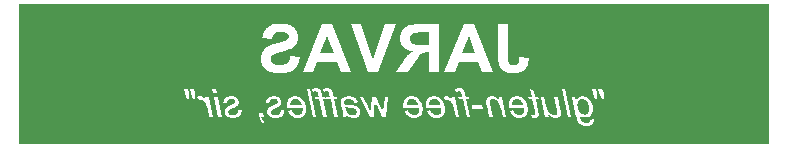
<source format=gbo>
G04 Layer_Color=32896*
%FSAX24Y24*%
%MOIN*%
G70*
G01*
G75*
%ADD60R,2.5000X0.0500*%
G36*
X011100Y027231D02*
X021000D01*
Y027200D01*
X028500D01*
Y022800D01*
X023400D01*
Y022822D01*
X008700D01*
Y022800D01*
X003500D01*
X003500Y027300D01*
X011100D01*
Y027231D01*
D02*
G37*
%LPC*%
G36*
X016594Y024313D02*
X016582D01*
X016573Y024311D01*
X016561Y024310D01*
X016550Y024309D01*
X016522Y024303D01*
X016490Y024294D01*
X016456Y024281D01*
X016440Y024272D01*
X016422Y024262D01*
X016408Y024249D01*
X016393Y024235D01*
X016392Y024234D01*
X016390Y024232D01*
X016386Y024228D01*
X016381Y024221D01*
X016375Y024213D01*
X016370Y024203D01*
X016362Y024193D01*
X016355Y024180D01*
X016349Y024165D01*
X016342Y024149D01*
X016336Y024131D01*
X016330Y024114D01*
X016321Y024071D01*
X016320Y024048D01*
X016318Y024023D01*
Y024020D01*
Y024014D01*
Y024004D01*
X016320Y023991D01*
X016321Y023975D01*
X016323Y023957D01*
X016329Y023919D01*
X016841D01*
Y023918D01*
Y023916D01*
X016842Y023907D01*
X016844Y023894D01*
Y023881D01*
Y023880D01*
Y023877D01*
Y023872D01*
X016842Y023865D01*
X016841Y023847D01*
X016838Y023825D01*
X016834Y023802D01*
X016825Y023777D01*
X016815Y023752D01*
X016800Y023732D01*
X016798Y023730D01*
X016791Y023724D01*
X016782Y023716D01*
X016769Y023707D01*
X016753Y023697D01*
X016734Y023689D01*
X016712Y023683D01*
X016689Y023681D01*
X016678D01*
X016667Y023682D01*
X016651Y023685D01*
X016633Y023691D01*
X016613Y023697D01*
X016592Y023707D01*
X016570Y023720D01*
X016567Y023722D01*
X016560Y023727D01*
X016550Y023736D01*
X016536Y023749D01*
X016520Y023765D01*
X016506Y023784D01*
X016490Y023808D01*
X016476Y023834D01*
X016362Y023824D01*
Y023823D01*
X016364Y023820D01*
X016365Y023815D01*
X016368Y023809D01*
X016371Y023802D01*
X016375Y023793D01*
X016386Y023771D01*
X016400Y023746D01*
X016421Y023719D01*
X016446Y023689D01*
X016460Y023675D01*
X016476Y023660D01*
X016478Y023659D01*
X016481Y023657D01*
X016485Y023653D01*
X016493Y023648D01*
X016501Y023642D01*
X016512Y023637D01*
X016523Y023629D01*
X016536Y023622D01*
X016567Y023607D01*
X016604Y023596D01*
X016645Y023587D01*
X016667Y023585D01*
X016690Y023584D01*
X016703D01*
X016718Y023585D01*
X016737Y023588D01*
X016759Y023593D01*
X016782Y023599D01*
X016807Y023607D01*
X016832Y023619D01*
X016835Y023621D01*
X016842Y023626D01*
X016854Y023634D01*
X016869Y023645D01*
X016885Y023660D01*
X016901Y023678D01*
X016916Y023698D01*
X016930Y023723D01*
Y023724D01*
X016932Y023726D01*
X016936Y023735D01*
X016940Y023749D01*
X016946Y023768D01*
X016954Y023792D01*
X016958Y023818D01*
X016962Y023847D01*
X016964Y023878D01*
Y023880D01*
Y023884D01*
Y023890D01*
X016962Y023897D01*
Y023907D01*
X016961Y023921D01*
X016960Y023934D01*
X016957Y023948D01*
X016951Y023982D01*
X016942Y024020D01*
X016929Y024060D01*
X016911Y024099D01*
Y024101D01*
X016908Y024104D01*
X016905Y024109D01*
X016901Y024117D01*
X016897Y024126D01*
X016891Y024136D01*
X016875Y024161D01*
X016854Y024186D01*
X016832Y024213D01*
X016804Y024238D01*
X016775Y024260D01*
X016774D01*
X016771Y024263D01*
X016766Y024265D01*
X016760Y024269D01*
X016753Y024272D01*
X016743Y024276D01*
X016721Y024287D01*
X016693Y024297D01*
X016662Y024304D01*
X016629Y024310D01*
X016594Y024313D01*
D02*
G37*
G36*
X017340D02*
X017328D01*
X017320Y024311D01*
X017308Y024310D01*
X017296Y024309D01*
X017268Y024303D01*
X017236Y024294D01*
X017203Y024281D01*
X017186Y024272D01*
X017169Y024262D01*
X017154Y024249D01*
X017140Y024235D01*
X017138Y024234D01*
X017137Y024232D01*
X017132Y024228D01*
X017128Y024221D01*
X017122Y024213D01*
X017116Y024203D01*
X017109Y024193D01*
X017102Y024180D01*
X017096Y024165D01*
X017088Y024149D01*
X017083Y024131D01*
X017077Y024114D01*
X017068Y024071D01*
X017066Y024048D01*
X017065Y024023D01*
Y024020D01*
Y024014D01*
Y024004D01*
X017066Y023991D01*
X017068Y023975D01*
X017069Y023957D01*
X017075Y023919D01*
X017588D01*
Y023918D01*
Y023916D01*
X017589Y023907D01*
X017591Y023894D01*
Y023881D01*
Y023880D01*
Y023877D01*
Y023872D01*
X017589Y023865D01*
X017588Y023847D01*
X017585Y023825D01*
X017580Y023802D01*
X017571Y023777D01*
X017561Y023752D01*
X017547Y023732D01*
X017545Y023730D01*
X017538Y023724D01*
X017529Y023716D01*
X017516Y023707D01*
X017500Y023697D01*
X017481Y023689D01*
X017459Y023683D01*
X017435Y023681D01*
X017425D01*
X017413Y023682D01*
X017397Y023685D01*
X017380Y023691D01*
X017359Y023697D01*
X017339Y023707D01*
X017317Y023720D01*
X017314Y023722D01*
X017306Y023727D01*
X017296Y023736D01*
X017283Y023749D01*
X017267Y023765D01*
X017252Y023784D01*
X017236Y023808D01*
X017223Y023834D01*
X017109Y023824D01*
Y023823D01*
X017110Y023820D01*
X017112Y023815D01*
X017115Y023809D01*
X017118Y023802D01*
X017122Y023793D01*
X017132Y023771D01*
X017147Y023746D01*
X017167Y023719D01*
X017192Y023689D01*
X017207Y023675D01*
X017223Y023660D01*
X017225Y023659D01*
X017227Y023657D01*
X017232Y023653D01*
X017239Y023648D01*
X017248Y023642D01*
X017258Y023637D01*
X017270Y023629D01*
X017283Y023622D01*
X017314Y023607D01*
X017350Y023596D01*
X017391Y023587D01*
X017413Y023585D01*
X017437Y023584D01*
X017450D01*
X017465Y023585D01*
X017484Y023588D01*
X017506Y023593D01*
X017529Y023599D01*
X017554Y023607D01*
X017579Y023619D01*
X017582Y023621D01*
X017589Y023626D01*
X017601Y023634D01*
X017615Y023645D01*
X017632Y023660D01*
X017648Y023678D01*
X017662Y023698D01*
X017677Y023723D01*
Y023724D01*
X017678Y023726D01*
X017683Y023735D01*
X017687Y023749D01*
X017693Y023768D01*
X017700Y023792D01*
X017705Y023818D01*
X017709Y023847D01*
X017711Y023878D01*
Y023880D01*
Y023884D01*
Y023890D01*
X017709Y023897D01*
Y023907D01*
X017708Y023921D01*
X017706Y023934D01*
X017703Y023948D01*
X017697Y023982D01*
X017689Y024020D01*
X017675Y024060D01*
X017658Y024099D01*
Y024101D01*
X017655Y024104D01*
X017652Y024109D01*
X017648Y024117D01*
X017643Y024126D01*
X017637Y024136D01*
X017621Y024161D01*
X017601Y024186D01*
X017579Y024213D01*
X017551Y024238D01*
X017522Y024260D01*
X017520D01*
X017517Y024263D01*
X017513Y024265D01*
X017507Y024269D01*
X017500Y024272D01*
X017490Y024276D01*
X017468Y024287D01*
X017440Y024297D01*
X017409Y024304D01*
X017375Y024310D01*
X017340Y024313D01*
D02*
G37*
G36*
X012712D02*
X012701D01*
X012692Y024311D01*
X012680Y024310D01*
X012669Y024309D01*
X012641Y024303D01*
X012609Y024294D01*
X012575Y024281D01*
X012559Y024272D01*
X012541Y024262D01*
X012527Y024249D01*
X012512Y024235D01*
X012510Y024234D01*
X012509Y024232D01*
X012505Y024228D01*
X012500Y024221D01*
X012494Y024213D01*
X012488Y024203D01*
X012481Y024193D01*
X012474Y024180D01*
X012468Y024165D01*
X012461Y024149D01*
X012455Y024131D01*
X012449Y024114D01*
X012440Y024071D01*
X012439Y024048D01*
X012437Y024023D01*
Y024020D01*
Y024014D01*
Y024004D01*
X012439Y023991D01*
X012440Y023975D01*
X012442Y023957D01*
X012447Y023919D01*
X012960D01*
Y023918D01*
Y023916D01*
X012961Y023907D01*
X012963Y023894D01*
Y023881D01*
Y023880D01*
Y023877D01*
Y023872D01*
X012961Y023865D01*
X012960Y023847D01*
X012957Y023825D01*
X012953Y023802D01*
X012944Y023777D01*
X012934Y023752D01*
X012919Y023732D01*
X012917Y023730D01*
X012910Y023724D01*
X012901Y023716D01*
X012888Y023707D01*
X012872Y023697D01*
X012853Y023689D01*
X012831Y023683D01*
X012808Y023681D01*
X012797D01*
X012786Y023682D01*
X012770Y023685D01*
X012752Y023691D01*
X012731Y023697D01*
X012711Y023707D01*
X012689Y023720D01*
X012686Y023722D01*
X012679Y023727D01*
X012669Y023736D01*
X012655Y023749D01*
X012639Y023765D01*
X012625Y023784D01*
X012609Y023808D01*
X012595Y023834D01*
X012481Y023824D01*
Y023823D01*
X012483Y023820D01*
X012484Y023815D01*
X012487Y023809D01*
X012490Y023802D01*
X012494Y023793D01*
X012505Y023771D01*
X012519Y023746D01*
X012540Y023719D01*
X012565Y023689D01*
X012579Y023675D01*
X012595Y023660D01*
X012597Y023659D01*
X012600Y023657D01*
X012604Y023653D01*
X012611Y023648D01*
X012620Y023642D01*
X012630Y023637D01*
X012642Y023629D01*
X012655Y023622D01*
X012686Y023607D01*
X012723Y023596D01*
X012764Y023587D01*
X012786Y023585D01*
X012809Y023584D01*
X012822D01*
X012837Y023585D01*
X012856Y023588D01*
X012878Y023593D01*
X012901Y023599D01*
X012926Y023607D01*
X012951Y023619D01*
X012954Y023621D01*
X012961Y023626D01*
X012973Y023634D01*
X012988Y023645D01*
X013004Y023660D01*
X013020Y023678D01*
X013035Y023698D01*
X013049Y023723D01*
Y023724D01*
X013051Y023726D01*
X013055Y023735D01*
X013059Y023749D01*
X013065Y023768D01*
X013073Y023792D01*
X013077Y023818D01*
X013081Y023847D01*
X013083Y023878D01*
Y023880D01*
Y023884D01*
Y023890D01*
X013081Y023897D01*
Y023907D01*
X013080Y023921D01*
X013078Y023934D01*
X013076Y023948D01*
X013070Y023982D01*
X013061Y024020D01*
X013048Y024060D01*
X013030Y024099D01*
Y024101D01*
X013027Y024104D01*
X013024Y024109D01*
X013020Y024117D01*
X013016Y024126D01*
X013010Y024136D01*
X012994Y024161D01*
X012973Y024186D01*
X012951Y024213D01*
X012923Y024238D01*
X012894Y024260D01*
X012893D01*
X012890Y024263D01*
X012885Y024265D01*
X012879Y024269D01*
X012872Y024272D01*
X012862Y024276D01*
X012840Y024287D01*
X012812Y024297D01*
X012781Y024304D01*
X012748Y024310D01*
X012712Y024313D01*
D02*
G37*
G36*
X019262D02*
X019248D01*
X019233Y024310D01*
X019213Y024307D01*
X019192Y024301D01*
X019169Y024294D01*
X019147Y024282D01*
X019128Y024266D01*
X019126Y024265D01*
X019120Y024257D01*
X019113Y024247D01*
X019103Y024232D01*
X019094Y024215D01*
X019087Y024194D01*
X019081Y024169D01*
X019079Y024142D01*
Y024140D01*
Y024134D01*
X019081Y024126D01*
Y024112D01*
X019084Y024095D01*
X019087Y024074D01*
X019091Y024049D01*
X019097Y024020D01*
X019191Y023600D01*
X019308D01*
X019211Y024041D01*
Y024042D01*
Y024044D01*
X019208Y024051D01*
X019207Y024063D01*
X019204Y024077D01*
X019199Y024108D01*
X019197Y024123D01*
Y024136D01*
Y024137D01*
Y024142D01*
X019198Y024148D01*
X019199Y024156D01*
X019202Y024165D01*
X019207Y024175D01*
X019213Y024184D01*
X019221Y024193D01*
X019223Y024194D01*
X019226Y024196D01*
X019232Y024200D01*
X019239Y024205D01*
X019249Y024208D01*
X019261Y024212D01*
X019276Y024213D01*
X019292Y024215D01*
X019300D01*
X019308Y024213D01*
X019315D01*
X019325Y024212D01*
X019347Y024206D01*
X019372Y024199D01*
X019400Y024187D01*
X019429Y024171D01*
X019442Y024161D01*
X019457Y024149D01*
X019459Y024148D01*
X019460Y024146D01*
X019464Y024142D01*
X019469Y024136D01*
X019475Y024128D01*
X019482Y024120D01*
X019489Y024109D01*
X019498Y024096D01*
X019507Y024082D01*
X019516Y024066D01*
X019524Y024047D01*
X019533Y024026D01*
X019542Y024004D01*
X019549Y023979D01*
X019557Y023953D01*
X019564Y023924D01*
X019631Y023600D01*
X019748D01*
X019604Y024297D01*
X019497D01*
X019522Y024175D01*
X019520Y024177D01*
X019519Y024178D01*
X019510Y024187D01*
X019495Y024200D01*
X019478Y024215D01*
X019457Y024232D01*
X019435Y024250D01*
X019412Y024266D01*
X019388Y024279D01*
X019385Y024281D01*
X019378Y024285D01*
X019365Y024290D01*
X019349Y024297D01*
X019331Y024303D01*
X019309Y024307D01*
X019286Y024311D01*
X019262Y024313D01*
D02*
G37*
G36*
X021719Y024562D02*
X021602D01*
X021802Y023600D01*
X021921D01*
X021719Y024562D01*
D02*
G37*
G36*
X015809Y024297D02*
X015695D01*
X015664Y023982D01*
X015652Y023806D01*
Y023805D01*
Y023802D01*
Y023798D01*
X015651Y023790D01*
Y023779D01*
X015649Y023765D01*
Y023749D01*
X015648Y023729D01*
Y023730D01*
X015646Y023732D01*
X015645Y023739D01*
X015640Y023752D01*
X015636Y023767D01*
X015630Y023783D01*
X015624Y023799D01*
X015620Y023815D01*
X015614Y023830D01*
X015613Y023831D01*
X015611Y023837D01*
X015608Y023844D01*
X015602Y023856D01*
X015597Y023871D01*
X015589Y023888D01*
X015579Y023909D01*
X015569Y023932D01*
X015402Y024297D01*
X015273D01*
X015251Y023947D01*
Y023946D01*
Y023944D01*
Y023938D01*
X015250Y023932D01*
Y023925D01*
Y023915D01*
X015248Y023905D01*
Y023891D01*
X015247Y023877D01*
Y023861D01*
Y023843D01*
X015245Y023825D01*
X015244Y023783D01*
Y023738D01*
X015242Y023741D01*
X015241Y023745D01*
X015238Y023752D01*
X015233Y023761D01*
X015229Y023771D01*
X015225Y023784D01*
X015219Y023799D01*
X015212Y023815D01*
X015204Y023833D01*
X015195Y023853D01*
X015185Y023875D01*
X015175Y023899D01*
X015163Y023924D01*
X015151Y023951D01*
X015138Y023979D01*
X014988Y024297D01*
X014869D01*
X015209Y023600D01*
X015333D01*
X015358Y024008D01*
Y024010D01*
Y024016D01*
X015359Y024026D01*
X015361Y024041D01*
Y024061D01*
X015362Y024073D01*
Y024088D01*
Y024102D01*
X015364Y024120D01*
Y024137D01*
Y024156D01*
X015365Y024155D01*
X015367Y024150D01*
X015368Y024146D01*
X015374Y024131D01*
X015383Y024112D01*
X015392Y024089D01*
X015403Y024063D01*
X015415Y024035D01*
X015428Y024004D01*
X015611Y023600D01*
X015736D01*
X015809Y024297D01*
D02*
G37*
G36*
X018958Y024007D02*
X018596D01*
X018621Y023888D01*
X018983D01*
X018958Y024007D01*
D02*
G37*
G36*
X020543Y024549D02*
X020596Y024297D01*
X020479D01*
X020499Y024205D01*
X020615D01*
X020696Y023820D01*
Y023818D01*
Y023817D01*
X020699Y023808D01*
X020700Y023796D01*
X020703Y023782D01*
X020706Y023765D01*
X020709Y023752D01*
X020710Y023739D01*
X020712Y023732D01*
Y023730D01*
Y023729D01*
X020710Y023720D01*
X020707Y023710D01*
X020700Y023700D01*
X020697Y023698D01*
X020690Y023695D01*
X020677Y023691D01*
X020659Y023689D01*
X020646D01*
X020636Y023691D01*
X020614Y023692D01*
X020590Y023695D01*
X020609Y023600D01*
X020611D01*
X020617Y023599D01*
X020625Y023597D01*
X020636Y023594D01*
X020647Y023593D01*
X020662Y023590D01*
X020691Y023588D01*
X020703D01*
X020716Y023590D01*
X020732Y023593D01*
X020751Y023597D01*
X020770Y023603D01*
X020788Y023610D01*
X020805Y023622D01*
X020807Y023623D01*
X020810Y023626D01*
X020816Y023632D01*
X020820Y023641D01*
X020826Y023651D01*
X020832Y023663D01*
X020835Y023678D01*
X020836Y023694D01*
Y023695D01*
Y023698D01*
X020835Y023705D01*
X020833Y023716D01*
X020832Y023730D01*
X020829Y023748D01*
X020824Y023771D01*
X020819Y023799D01*
X020734Y024205D01*
X020827D01*
X020808Y024297D01*
X020715D01*
X020680Y024467D01*
X020543Y024549D01*
D02*
G37*
G36*
X020100Y024313D02*
X020088D01*
X020079Y024311D01*
X020068Y024310D01*
X020056Y024309D01*
X020028Y024303D01*
X019996Y024294D01*
X019962Y024281D01*
X019946Y024272D01*
X019929Y024262D01*
X019914Y024249D01*
X019899Y024235D01*
X019898Y024234D01*
X019896Y024232D01*
X019892Y024228D01*
X019888Y024221D01*
X019882Y024213D01*
X019876Y024203D01*
X019869Y024193D01*
X019861Y024180D01*
X019855Y024165D01*
X019848Y024149D01*
X019842Y024131D01*
X019836Y024114D01*
X019828Y024071D01*
X019826Y024048D01*
X019825Y024023D01*
Y024020D01*
Y024014D01*
Y024004D01*
X019826Y023991D01*
X019828Y023975D01*
X019829Y023957D01*
X019835Y023919D01*
X020347D01*
Y023918D01*
Y023916D01*
X020349Y023907D01*
X020350Y023894D01*
Y023881D01*
Y023880D01*
Y023877D01*
Y023872D01*
X020349Y023865D01*
X020347Y023847D01*
X020344Y023825D01*
X020340Y023802D01*
X020331Y023777D01*
X020321Y023752D01*
X020306Y023732D01*
X020305Y023730D01*
X020297Y023724D01*
X020289Y023716D01*
X020275Y023707D01*
X020259Y023697D01*
X020240Y023689D01*
X020218Y023683D01*
X020195Y023681D01*
X020185D01*
X020173Y023682D01*
X020157Y023685D01*
X020139Y023691D01*
X020119Y023697D01*
X020098Y023707D01*
X020076Y023720D01*
X020073Y023722D01*
X020066Y023727D01*
X020056Y023736D01*
X020043Y023749D01*
X020027Y023765D01*
X020012Y023784D01*
X019996Y023808D01*
X019983Y023834D01*
X019869Y023824D01*
Y023823D01*
X019870Y023820D01*
X019871Y023815D01*
X019874Y023809D01*
X019877Y023802D01*
X019882Y023793D01*
X019892Y023771D01*
X019907Y023746D01*
X019927Y023719D01*
X019952Y023689D01*
X019967Y023675D01*
X019983Y023660D01*
X019984Y023659D01*
X019987Y023657D01*
X019991Y023653D01*
X019999Y023648D01*
X020008Y023642D01*
X020018Y023637D01*
X020030Y023629D01*
X020043Y023622D01*
X020073Y023607D01*
X020110Y023596D01*
X020151Y023587D01*
X020173Y023585D01*
X020196Y023584D01*
X020210D01*
X020224Y023585D01*
X020243Y023588D01*
X020265Y023593D01*
X020289Y023599D01*
X020314Y023607D01*
X020338Y023619D01*
X020341Y023621D01*
X020349Y023626D01*
X020360Y023634D01*
X020375Y023645D01*
X020391Y023660D01*
X020407Y023678D01*
X020422Y023698D01*
X020437Y023723D01*
Y023724D01*
X020438Y023726D01*
X020442Y023735D01*
X020447Y023749D01*
X020453Y023768D01*
X020460Y023792D01*
X020464Y023818D01*
X020469Y023847D01*
X020470Y023878D01*
Y023880D01*
Y023884D01*
Y023890D01*
X020469Y023897D01*
Y023907D01*
X020467Y023921D01*
X020466Y023934D01*
X020463Y023948D01*
X020457Y023982D01*
X020448Y024020D01*
X020435Y024060D01*
X020417Y024099D01*
Y024101D01*
X020415Y024104D01*
X020412Y024109D01*
X020407Y024117D01*
X020403Y024126D01*
X020397Y024136D01*
X020381Y024161D01*
X020360Y024186D01*
X020338Y024213D01*
X020311Y024238D01*
X020281Y024260D01*
X020280D01*
X020277Y024263D01*
X020273Y024265D01*
X020267Y024269D01*
X020259Y024272D01*
X020249Y024276D01*
X020227Y024287D01*
X020199Y024297D01*
X020169Y024304D01*
X020135Y024310D01*
X020100Y024313D01*
D02*
G37*
G36*
X021460Y024297D02*
X021341D01*
X021442Y023844D01*
Y023842D01*
X021444Y023836D01*
X021445Y023825D01*
X021448Y023812D01*
X021450Y023799D01*
X021453Y023784D01*
X021454Y023770D01*
Y023757D01*
Y023755D01*
Y023751D01*
X021453Y023743D01*
X021451Y023736D01*
X021448Y023727D01*
X021444Y023717D01*
X021438Y023708D01*
X021431Y023700D01*
X021429Y023698D01*
X021426Y023697D01*
X021420Y023694D01*
X021412Y023691D01*
X021403Y023686D01*
X021390Y023683D01*
X021375Y023682D01*
X021359Y023681D01*
X021350D01*
X021340Y023682D01*
X021328Y023683D01*
X021313Y023686D01*
X021296Y023691D01*
X021278Y023697D01*
X021261Y023704D01*
X021259Y023705D01*
X021252Y023708D01*
X021243Y023714D01*
X021231Y023722D01*
X021220Y023730D01*
X021205Y023742D01*
X021191Y023755D01*
X021177Y023770D01*
X021176Y023771D01*
X021171Y023777D01*
X021166Y023786D01*
X021157Y023798D01*
X021148Y023811D01*
X021138Y023828D01*
X021129Y023846D01*
X021120Y023866D01*
Y023868D01*
X021117Y023874D01*
X021114Y023883D01*
X021111Y023896D01*
X021106Y023913D01*
X021100Y023935D01*
X021094Y023962D01*
X021087Y023994D01*
X021021Y024297D01*
X020904D01*
X021057Y023600D01*
X021166D01*
X021141Y023726D01*
X021142Y023724D01*
X021147Y023720D01*
X021152Y023713D01*
X021163Y023704D01*
X021173Y023694D01*
X021188Y023681D01*
X021202Y023669D01*
X021220Y023656D01*
X021237Y023641D01*
X021258Y023629D01*
X021278Y023618D01*
X021300Y023606D01*
X021324Y023597D01*
X021347Y023590D01*
X021371Y023585D01*
X021395Y023584D01*
X021403D01*
X021409Y023585D01*
X021423Y023587D01*
X021442Y023590D01*
X021464Y023596D01*
X021486Y023603D01*
X021507Y023615D01*
X021527Y023629D01*
X021529Y023631D01*
X021535Y023638D01*
X021542Y023648D01*
X021551Y023661D01*
X021561Y023678D01*
X021568Y023697D01*
X021574Y023719D01*
X021576Y023743D01*
Y023745D01*
Y023752D01*
X021574Y023763D01*
X021573Y023779D01*
X021570Y023799D01*
X021565Y023825D01*
X021559Y023858D01*
X021555Y023875D01*
X021551Y023894D01*
X021460Y024297D01*
D02*
G37*
G36*
X009539Y024313D02*
X009533D01*
X009524Y024311D01*
X009514Y024310D01*
X009502Y024307D01*
X009487Y024301D01*
X009470Y024295D01*
X009451Y024287D01*
X009500Y024177D01*
X009502Y024178D01*
X009506Y024181D01*
X009512Y024184D01*
X009521Y024189D01*
X009530Y024193D01*
X009541Y024197D01*
X009555Y024199D01*
X009568Y024200D01*
X009571D01*
X009578Y024199D01*
X009591Y024197D01*
X009607Y024191D01*
X009626Y024183D01*
X009647Y024171D01*
X009670Y024153D01*
X009683Y024142D01*
X009695Y024130D01*
Y024128D01*
X009698Y024127D01*
X009701Y024123D01*
X009705Y024117D01*
X009711Y024108D01*
X009719Y024098D01*
X009724Y024086D01*
X009733Y024073D01*
X009741Y024055D01*
X009749Y024038D01*
X009758Y024017D01*
X009767Y023994D01*
X009776Y023969D01*
X009783Y023941D01*
X009792Y023910D01*
X009799Y023878D01*
X009858Y023600D01*
X009970D01*
X009825Y024297D01*
X009720D01*
X009749Y024156D01*
X009749Y024156D01*
Y024155D01*
X009749Y024156D01*
X009746Y024158D01*
X009743Y024162D01*
X009741Y024168D01*
X009729Y024183D01*
X009716Y024200D01*
X009700Y024219D01*
X009682Y024238D01*
X009663Y024257D01*
X009644Y024273D01*
X009641Y024275D01*
X009635Y024279D01*
X009625Y024287D01*
X009612Y024294D01*
X009596Y024300D01*
X009578Y024307D01*
X009559Y024311D01*
X009539Y024313D01*
D02*
G37*
G36*
X010127Y024297D02*
X010010D01*
X010155Y023600D01*
X010272D01*
X010127Y024297D01*
D02*
G37*
G36*
X012002Y024313D02*
X011989D01*
X011980Y024311D01*
X011970D01*
X011957Y024310D01*
X011929Y024306D01*
X011897Y024298D01*
X011863Y024287D01*
X011831Y024272D01*
X011803Y024251D01*
X011802D01*
X011800Y024249D01*
X011793Y024241D01*
X011781Y024228D01*
X011768Y024209D01*
X011755Y024187D01*
X011743Y024159D01*
X011736Y024128D01*
X011733Y024111D01*
X011732Y024093D01*
X011847Y024086D01*
Y024089D01*
X011849Y024096D01*
X011850Y024108D01*
X011855Y024121D01*
X011859Y024137D01*
X011868Y024153D01*
X011878Y024169D01*
X011893Y024184D01*
X011894Y024186D01*
X011900Y024190D01*
X011910Y024196D01*
X011923Y024203D01*
X011939Y024209D01*
X011960Y024215D01*
X011985Y024219D01*
X012011Y024221D01*
X012021D01*
X012032Y024219D01*
X012046Y024218D01*
X012061Y024213D01*
X012077Y024209D01*
X012093Y024202D01*
X012106Y024191D01*
X012108Y024190D01*
X012112Y024187D01*
X012117Y024181D01*
X012122Y024174D01*
X012130Y024165D01*
X012134Y024155D01*
X012139Y024143D01*
X012140Y024131D01*
Y024130D01*
Y024126D01*
X012139Y024120D01*
X012136Y024112D01*
X012133Y024104D01*
X012128Y024093D01*
X012121Y024085D01*
X012111Y024074D01*
X012109D01*
X012106Y024071D01*
X012101Y024067D01*
X012090Y024061D01*
X012077Y024054D01*
X012060Y024045D01*
X012038Y024035D01*
X012024Y024029D01*
X012010Y024022D01*
X012008D01*
X012004Y024019D01*
X011997Y024016D01*
X011988Y024011D01*
X011978Y024007D01*
X011964Y024001D01*
X011937Y023988D01*
X011909Y023973D01*
X011879Y023957D01*
X011868Y023950D01*
X011856Y023943D01*
X011846Y023935D01*
X011838Y023928D01*
X011836Y023925D01*
X011830Y023918D01*
X011821Y023906D01*
X011809Y023891D01*
X011799Y023872D01*
X011790Y023849D01*
X011784Y023823D01*
X011781Y023795D01*
Y023792D01*
Y023786D01*
X011783Y023776D01*
X011786Y023763D01*
X011789Y023748D01*
X011795Y023730D01*
X011803Y023711D01*
X011814Y023692D01*
X011815Y023691D01*
X011819Y023683D01*
X011827Y023675D01*
X011838Y023664D01*
X011852Y023651D01*
X011869Y023638D01*
X011888Y023625D01*
X011912Y023613D01*
X011915Y023612D01*
X011923Y023609D01*
X011937Y023604D01*
X011954Y023599D01*
X011978Y023593D01*
X012002Y023588D01*
X012032Y023585D01*
X012064Y023584D01*
X012076D01*
X012084Y023585D01*
X012095D01*
X012106Y023587D01*
X012134Y023591D01*
X012166Y023599D01*
X012202Y023609D01*
X012235Y023623D01*
X012269Y023642D01*
X012270Y023644D01*
X012272Y023645D01*
X012276Y023648D01*
X012282Y023654D01*
X012288Y023660D01*
X012295Y023669D01*
X012303Y023678D01*
X012310Y023689D01*
X012317Y023702D01*
X012325Y023717D01*
X012332Y023733D01*
X012338Y023751D01*
X012342Y023770D01*
X012346Y023792D01*
X012348Y023814D01*
Y023839D01*
X012229Y023846D01*
Y023843D01*
Y023837D01*
X012228Y023827D01*
Y023815D01*
X012226Y023801D01*
X012224Y023786D01*
X012219Y023771D01*
X012215Y023757D01*
X012213Y023755D01*
X012212Y023751D01*
X012207Y023745D01*
X012202Y023736D01*
X012193Y023727D01*
X012183Y023717D01*
X012171Y023707D01*
X012156Y023698D01*
X012155Y023697D01*
X012149Y023695D01*
X012140Y023691D01*
X012128Y023688D01*
X012114Y023683D01*
X012096Y023679D01*
X012079Y023678D01*
X012058Y023676D01*
X012045D01*
X012030Y023678D01*
X012014Y023681D01*
X011994Y023683D01*
X011975Y023689D01*
X011956Y023697D01*
X011939Y023707D01*
X011938Y023708D01*
X011934Y023713D01*
X011926Y023720D01*
X011919Y023729D01*
X011913Y023739D01*
X011906Y023752D01*
X011901Y023767D01*
X011900Y023782D01*
Y023783D01*
Y023787D01*
X011901Y023793D01*
X011903Y023801D01*
X011906Y023809D01*
X011910Y023820D01*
X011916Y023830D01*
X011925Y023840D01*
X011926Y023842D01*
X011929Y023844D01*
X011937Y023850D01*
X011948Y023859D01*
X011964Y023869D01*
X011985Y023880D01*
X011997Y023887D01*
X012011Y023893D01*
X012026Y023900D01*
X012043Y023907D01*
X012045D01*
X012048Y023909D01*
X012052Y023912D01*
X012058Y023915D01*
X012074Y023921D01*
X012093Y023929D01*
X012114Y023940D01*
X012134Y023948D01*
X012150Y023957D01*
X012158Y023962D01*
X012163Y023965D01*
X012165Y023966D01*
X012171Y023969D01*
X012178Y023975D01*
X012188Y023984D01*
X012199Y023992D01*
X012210Y024003D01*
X012221Y024014D01*
X012229Y024027D01*
X012231Y024029D01*
X012232Y024033D01*
X012237Y024042D01*
X012240Y024052D01*
X012244Y024064D01*
X012248Y024079D01*
X012250Y024095D01*
X012251Y024112D01*
Y024114D01*
Y024117D01*
Y024120D01*
X012250Y024126D01*
X012248Y024142D01*
X012243Y024161D01*
X012235Y024183D01*
X012224Y024206D01*
X012207Y024230D01*
X012199Y024241D01*
X012187Y024253D01*
X012185D01*
X012184Y024256D01*
X012180Y024259D01*
X012175Y024262D01*
X012168Y024268D01*
X012159Y024272D01*
X012139Y024284D01*
X012112Y024294D01*
X012081Y024304D01*
X012045Y024310D01*
X012002Y024313D01*
D02*
G37*
G36*
X011632Y023735D02*
X011497D01*
X011522Y023618D01*
Y023616D01*
X011524Y023613D01*
X011525Y023607D01*
X011527Y023600D01*
X011530Y023591D01*
X011532Y023582D01*
X011540Y023559D01*
X011550Y023534D01*
X011562Y023508D01*
X011576Y023484D01*
X011593Y023464D01*
X011594Y023462D01*
X011600Y023457D01*
X011610Y023448D01*
X011623Y023438D01*
X011639Y023429D01*
X011658Y023418D01*
X011679Y023411D01*
X011702Y023407D01*
X011691Y023459D01*
X011689D01*
X011688Y023461D01*
X011677Y023465D01*
X011664Y023473D01*
X011648Y023484D01*
X011641Y023493D01*
X011632Y023503D01*
X011623Y023514D01*
X011614Y023527D01*
X011607Y023543D01*
X011600Y023559D01*
X011594Y023578D01*
X011588Y023600D01*
X011660D01*
X011632Y023735D01*
D02*
G37*
G36*
X010584Y024313D02*
X010571D01*
X010562Y024311D01*
X010552D01*
X010538Y024310D01*
X010511Y024306D01*
X010478Y024298D01*
X010445Y024287D01*
X010413Y024272D01*
X010385Y024251D01*
X010383D01*
X010382Y024249D01*
X010374Y024241D01*
X010363Y024228D01*
X010350Y024209D01*
X010336Y024187D01*
X010325Y024159D01*
X010317Y024128D01*
X010314Y024111D01*
X010313Y024093D01*
X010429Y024086D01*
Y024089D01*
X010430Y024096D01*
X010432Y024108D01*
X010436Y024121D01*
X010440Y024137D01*
X010449Y024153D01*
X010459Y024169D01*
X010474Y024184D01*
X010475Y024186D01*
X010481Y024190D01*
X010492Y024196D01*
X010505Y024203D01*
X010521Y024209D01*
X010541Y024215D01*
X010566Y024219D01*
X010593Y024221D01*
X010603D01*
X010613Y024219D01*
X010628Y024218D01*
X010642Y024213D01*
X010658Y024209D01*
X010675Y024202D01*
X010688Y024191D01*
X010689Y024190D01*
X010694Y024187D01*
X010698Y024181D01*
X010704Y024174D01*
X010711Y024165D01*
X010716Y024155D01*
X010720Y024143D01*
X010721Y024131D01*
Y024130D01*
Y024126D01*
X010720Y024120D01*
X010717Y024112D01*
X010714Y024104D01*
X010710Y024093D01*
X010702Y024085D01*
X010692Y024074D01*
X010691D01*
X010688Y024071D01*
X010682Y024067D01*
X010672Y024061D01*
X010658Y024054D01*
X010641Y024045D01*
X010619Y024035D01*
X010606Y024029D01*
X010591Y024022D01*
X010590D01*
X010585Y024019D01*
X010578Y024016D01*
X010569Y024011D01*
X010559Y024007D01*
X010546Y024001D01*
X010518Y023988D01*
X010490Y023973D01*
X010461Y023957D01*
X010449Y023950D01*
X010437Y023943D01*
X010427Y023935D01*
X010420Y023928D01*
X010417Y023925D01*
X010411Y023918D01*
X010402Y023906D01*
X010391Y023891D01*
X010380Y023872D01*
X010372Y023849D01*
X010366Y023823D01*
X010363Y023795D01*
Y023792D01*
Y023786D01*
X010364Y023776D01*
X010367Y023763D01*
X010370Y023748D01*
X010376Y023730D01*
X010385Y023711D01*
X010395Y023692D01*
X010396Y023691D01*
X010401Y023683D01*
X010408Y023675D01*
X010420Y023664D01*
X010433Y023651D01*
X010451Y023638D01*
X010470Y023625D01*
X010493Y023613D01*
X010496Y023612D01*
X010505Y023609D01*
X010518Y023604D01*
X010536Y023599D01*
X010559Y023593D01*
X010584Y023588D01*
X010613Y023585D01*
X010645Y023584D01*
X010657D01*
X010666Y023585D01*
X010676D01*
X010688Y023587D01*
X010716Y023591D01*
X010748Y023599D01*
X010783Y023609D01*
X010817Y023623D01*
X010850Y023642D01*
X010852Y023644D01*
X010853Y023645D01*
X010858Y023648D01*
X010863Y023654D01*
X010869Y023660D01*
X010877Y023669D01*
X010884Y023678D01*
X010891Y023689D01*
X010899Y023702D01*
X010906Y023717D01*
X010913Y023733D01*
X010919Y023751D01*
X010923Y023770D01*
X010928Y023792D01*
X010929Y023814D01*
Y023839D01*
X010811Y023846D01*
Y023843D01*
Y023837D01*
X010809Y023827D01*
Y023815D01*
X010808Y023801D01*
X010805Y023786D01*
X010800Y023771D01*
X010796Y023757D01*
X010795Y023755D01*
X010793Y023751D01*
X010789Y023745D01*
X010783Y023736D01*
X010774Y023727D01*
X010764Y023717D01*
X010752Y023707D01*
X010738Y023698D01*
X010736Y023697D01*
X010730Y023695D01*
X010721Y023691D01*
X010710Y023688D01*
X010695Y023683D01*
X010678Y023679D01*
X010660Y023678D01*
X010639Y023676D01*
X010626D01*
X010612Y023678D01*
X010596Y023681D01*
X010575Y023683D01*
X010556Y023689D01*
X010537Y023697D01*
X010521Y023707D01*
X010519Y023708D01*
X010515Y023713D01*
X010508Y023720D01*
X010500Y023729D01*
X010495Y023739D01*
X010487Y023752D01*
X010483Y023767D01*
X010481Y023782D01*
Y023783D01*
Y023787D01*
X010483Y023793D01*
X010484Y023801D01*
X010487Y023809D01*
X010492Y023820D01*
X010497Y023830D01*
X010506Y023840D01*
X010508Y023842D01*
X010511Y023844D01*
X010518Y023850D01*
X010530Y023859D01*
X010546Y023869D01*
X010566Y023880D01*
X010578Y023887D01*
X010593Y023893D01*
X010607Y023900D01*
X010625Y023907D01*
X010626D01*
X010629Y023909D01*
X010634Y023912D01*
X010639Y023915D01*
X010656Y023921D01*
X010675Y023929D01*
X010695Y023940D01*
X010716Y023948D01*
X010732Y023957D01*
X010739Y023962D01*
X010745Y023965D01*
X010746Y023966D01*
X010752Y023969D01*
X010760Y023975D01*
X010770Y023984D01*
X010780Y023992D01*
X010792Y024003D01*
X010802Y024014D01*
X010811Y024027D01*
X010812Y024029D01*
X010814Y024033D01*
X010818Y024042D01*
X010821Y024052D01*
X010825Y024064D01*
X010830Y024079D01*
X010831Y024095D01*
X010833Y024112D01*
Y024114D01*
Y024117D01*
Y024120D01*
X010831Y024126D01*
X010830Y024142D01*
X010824Y024161D01*
X010817Y024183D01*
X010805Y024206D01*
X010789Y024230D01*
X010780Y024241D01*
X010768Y024253D01*
X010767D01*
X010765Y024256D01*
X010761Y024259D01*
X010757Y024262D01*
X010749Y024268D01*
X010740Y024272D01*
X010720Y024284D01*
X010694Y024294D01*
X010663Y024304D01*
X010626Y024310D01*
X010584Y024313D01*
D02*
G37*
G36*
X017749D02*
X017743D01*
X017734Y024311D01*
X017724Y024310D01*
X017712Y024307D01*
X017697Y024301D01*
X017680Y024295D01*
X017661Y024287D01*
X017711Y024177D01*
X017712Y024178D01*
X017716Y024181D01*
X017722Y024184D01*
X017731Y024189D01*
X017740Y024193D01*
X017752Y024197D01*
X017765Y024199D01*
X017778Y024200D01*
X017781D01*
X017788Y024199D01*
X017801Y024197D01*
X017817Y024191D01*
X017836Y024183D01*
X017857Y024171D01*
X017880Y024153D01*
X017894Y024142D01*
X017905Y024130D01*
Y024128D01*
X017908Y024127D01*
X017911Y024123D01*
X017916Y024117D01*
X017921Y024108D01*
X017929Y024098D01*
X017935Y024086D01*
X017943Y024073D01*
X017951Y024055D01*
X017959Y024038D01*
X017968Y024017D01*
X017977Y023994D01*
X017986Y023969D01*
X017993Y023941D01*
X018002Y023910D01*
X018009Y023878D01*
X018068Y023600D01*
X018181D01*
X018036Y024297D01*
X017930D01*
X017959Y024156D01*
X017957Y024158D01*
X017954Y024162D01*
X017951Y024168D01*
X017939Y024183D01*
X017926Y024200D01*
X017910Y024219D01*
X017892Y024238D01*
X017873Y024257D01*
X017854Y024273D01*
X017851Y024275D01*
X017845Y024279D01*
X017835Y024287D01*
X017822Y024294D01*
X017806Y024300D01*
X017788Y024307D01*
X017769Y024311D01*
X017749Y024313D01*
D02*
G37*
G36*
X018245Y024571D02*
X018111D01*
X018110Y024571D01*
X018084Y024565D01*
X018053Y024559D01*
X018075Y024455D01*
X018078Y024456D01*
X018085Y024458D01*
X018096Y024461D01*
X018110Y024464D01*
X018126Y024467D01*
X018142Y024468D01*
X018160Y024471D01*
X018182D01*
X018188Y024470D01*
X018195D01*
X018213Y024464D01*
X018221Y024459D01*
X018229Y024454D01*
X018230Y024452D01*
X018232Y024449D01*
X018235Y024445D01*
X018239Y024436D01*
X018243Y024426D01*
X018249Y024411D01*
X018254Y024392D01*
X018260Y024370D01*
X018276Y024297D01*
X018141D01*
X018160Y024205D01*
X018296D01*
X018425Y023600D01*
X018542D01*
X018413Y024205D01*
X018517D01*
X018498Y024297D01*
X018394D01*
X018374Y024395D01*
Y024396D01*
X018372Y024398D01*
X018371Y024407D01*
X018368Y024420D01*
X018364Y024436D01*
X018359Y024454D01*
X018353Y024471D01*
X018347Y024489D01*
X018342Y024502D01*
X018340Y024503D01*
X018339Y024508D01*
X018334Y024514D01*
X018328Y024521D01*
X018321Y024530D01*
X018312Y024538D01*
X018301Y024547D01*
X018287Y024556D01*
X018286Y024557D01*
X018280Y024559D01*
X018271Y024563D01*
X018260Y024568D01*
X018245Y024571D01*
X018245Y024571D01*
D02*
G37*
G36*
X013842D02*
X013709D01*
X013708Y024571D01*
X013682Y024565D01*
X013651Y024559D01*
X013673Y024455D01*
X013676Y024456D01*
X013683Y024458D01*
X013693Y024461D01*
X013708Y024464D01*
X013724Y024467D01*
X013740Y024468D01*
X013758Y024471D01*
X013780D01*
X013786Y024470D01*
X013793D01*
X013810Y024464D01*
X013819Y024459D01*
X013827Y024454D01*
X013828Y024452D01*
X013829Y024449D01*
X013832Y024445D01*
X013837Y024436D01*
X013841Y024426D01*
X013847Y024411D01*
X013851Y024392D01*
X013857Y024370D01*
X013873Y024297D01*
X013739D01*
X013758Y024205D01*
X013894D01*
X014023Y023600D01*
X014140D01*
X014011Y024205D01*
X014115D01*
X014096Y024297D01*
X013992D01*
X013972Y024395D01*
Y024396D01*
X013970Y024398D01*
X013969Y024407D01*
X013966Y024420D01*
X013961Y024436D01*
X013957Y024454D01*
X013951Y024471D01*
X013945Y024489D01*
X013939Y024502D01*
X013938Y024503D01*
X013936Y024508D01*
X013932Y024514D01*
X013926Y024521D01*
X013919Y024530D01*
X013910Y024538D01*
X013898Y024547D01*
X013885Y024556D01*
X013884Y024557D01*
X013878Y024559D01*
X013869Y024563D01*
X013857Y024568D01*
X013843Y024571D01*
X013842Y024571D01*
D02*
G37*
G36*
X013212Y024562D02*
X013095D01*
X013295Y023600D01*
X013414D01*
X013212Y024562D01*
D02*
G37*
G36*
X013469Y024571D02*
X013335D01*
X013335Y024571D01*
X013308Y024565D01*
X013278Y024559D01*
X013300Y024455D01*
X013302Y024456D01*
X013310Y024458D01*
X013320Y024461D01*
X013335Y024464D01*
X013351Y024467D01*
X013367Y024468D01*
X013384Y024471D01*
X013406D01*
X013412Y024470D01*
X013420D01*
X013437Y024464D01*
X013446Y024459D01*
X013453Y024454D01*
X013455Y024452D01*
X013456Y024449D01*
X013459Y024445D01*
X013463Y024436D01*
X013468Y024426D01*
X013474Y024411D01*
X013478Y024392D01*
X013484Y024370D01*
X013500Y024297D01*
X013365D01*
X013384Y024205D01*
X013521D01*
X013649Y023600D01*
X013767D01*
X013638Y024205D01*
X013742D01*
X013723Y024297D01*
X013619D01*
X013598Y024395D01*
Y024396D01*
X013597Y024398D01*
X013595Y024407D01*
X013592Y024420D01*
X013588Y024436D01*
X013584Y024454D01*
X013578Y024471D01*
X013572Y024489D01*
X013566Y024502D01*
X013565Y024503D01*
X013563Y024508D01*
X013559Y024514D01*
X013553Y024521D01*
X013545Y024530D01*
X013537Y024538D01*
X013525Y024547D01*
X013512Y024556D01*
X013510Y024557D01*
X013505Y024559D01*
X013496Y024563D01*
X013484Y024568D01*
X013469Y024571D01*
X013469Y024571D01*
D02*
G37*
G36*
X010071Y024562D02*
X009954D01*
X009982Y024427D01*
X010101D01*
X010071Y024562D01*
D02*
G37*
G36*
X012232Y026731D02*
X012203D01*
X012184Y026728D01*
X012157Y026726D01*
X012127Y026723D01*
X012096Y026718D01*
X012061Y026714D01*
X011988Y026699D01*
X011913Y026674D01*
X011876Y026660D01*
X011842Y026640D01*
X011808Y026621D01*
X011778Y026596D01*
X011776Y026594D01*
X011771Y026589D01*
X011764Y026582D01*
X011754Y026572D01*
X011742Y026560D01*
X011729Y026543D01*
X011715Y026523D01*
X011700Y026501D01*
X011686Y026477D01*
X011673Y026450D01*
X011646Y026391D01*
X011637Y026357D01*
X011627Y026321D01*
X011620Y026281D01*
X011617Y026242D01*
X011942Y026230D01*
Y026233D01*
Y026235D01*
X011947Y026250D01*
X011952Y026272D01*
X011961Y026299D01*
X011974Y026328D01*
X011988Y026357D01*
X012008Y026384D01*
X012032Y026406D01*
X012035Y026408D01*
X012044Y026416D01*
X012059Y026423D01*
X012081Y026435D01*
X012110Y026445D01*
X012144Y026452D01*
X012186Y026460D01*
X012235Y026462D01*
X012257D01*
X012284Y026460D01*
X012315Y026455D01*
X012349Y026447D01*
X012386Y026438D01*
X012423Y026423D01*
X012454Y026403D01*
X012457Y026401D01*
X012462Y026396D01*
X012469Y026389D01*
X012479Y026377D01*
X012489Y026362D01*
X012496Y026345D01*
X012501Y026325D01*
X012503Y026303D01*
Y026301D01*
Y026294D01*
X012501Y026284D01*
X012498Y026269D01*
X012491Y026255D01*
X012484Y026238D01*
X012472Y026223D01*
X012457Y026206D01*
X012454Y026203D01*
X012445Y026196D01*
X012425Y026186D01*
X012413Y026181D01*
X012396Y026174D01*
X012379Y026164D01*
X012357Y026157D01*
X012335Y026147D01*
X012306Y026140D01*
X012276Y026130D01*
X012242Y026120D01*
X012203Y026108D01*
X012162Y026098D01*
X012159D01*
X012152Y026096D01*
X012140Y026093D01*
X012122Y026089D01*
X012103Y026084D01*
X012081Y026076D01*
X012030Y026064D01*
X011971Y026045D01*
X011915Y026028D01*
X011859Y026006D01*
X011834Y025996D01*
X011812Y025984D01*
X011810D01*
X011808Y025981D01*
X011793Y025974D01*
X011773Y025959D01*
X011749Y025942D01*
X011720Y025918D01*
X011690Y025891D01*
X011664Y025857D01*
X011637Y025820D01*
X011634Y025815D01*
X011627Y025803D01*
X011615Y025779D01*
X011603Y025749D01*
X011593Y025713D01*
X011581Y025669D01*
X011573Y025620D01*
X011571Y025566D01*
Y025564D01*
Y025559D01*
Y025552D01*
Y025542D01*
X011576Y025515D01*
X011581Y025481D01*
X011590Y025442D01*
X011603Y025398D01*
X011622Y025351D01*
X011649Y025305D01*
Y025303D01*
X011651Y025300D01*
X011664Y025286D01*
X011681Y025264D01*
X011705Y025239D01*
X011734Y025210D01*
X011773Y025181D01*
X011815Y025151D01*
X011866Y025127D01*
X011869D01*
X011874Y025124D01*
X011881Y025122D01*
X011891Y025117D01*
X011905Y025115D01*
X011920Y025110D01*
X011939Y025105D01*
X011961Y025100D01*
X012013Y025088D01*
X012071Y025080D01*
X012094Y025078D01*
X012317D01*
X012318Y025078D01*
X012349Y025083D01*
X012386Y025088D01*
X012462Y025105D01*
X012501Y025117D01*
X012540Y025129D01*
X012577Y025146D01*
X012613Y025163D01*
X012650Y025185D01*
X012681Y025210D01*
X012684Y025212D01*
X012689Y025217D01*
X012696Y025224D01*
X012708Y025237D01*
X012721Y025251D01*
X012735Y025268D01*
X012750Y025290D01*
X012767Y025312D01*
X012784Y025342D01*
X012801Y025371D01*
X012816Y025405D01*
X012833Y025442D01*
X012845Y025481D01*
X012857Y025525D01*
X012867Y025571D01*
X012874Y025620D01*
X012559Y025652D01*
Y025649D01*
X012557Y025644D01*
Y025637D01*
X012555Y025625D01*
X012547Y025598D01*
X012535Y025561D01*
X012520Y025525D01*
X012501Y025486D01*
X012476Y025449D01*
X012447Y025417D01*
X012442Y025415D01*
X012430Y025405D01*
X012411Y025395D01*
X012384Y025381D01*
X012349Y025369D01*
X012310Y025356D01*
X012264Y025347D01*
X012210Y025344D01*
X012184D01*
X012157Y025347D01*
X012122Y025351D01*
X012083Y025361D01*
X012044Y025371D01*
X012008Y025388D01*
X011976Y025410D01*
X011974Y025412D01*
X011964Y025422D01*
X011952Y025434D01*
X011935Y025454D01*
X011920Y025476D01*
X011908Y025503D01*
X011898Y025532D01*
X011895Y025564D01*
Y025566D01*
Y025574D01*
X011898Y025583D01*
X011900Y025598D01*
X011910Y025627D01*
X011917Y025644D01*
X011930Y025659D01*
X011932Y025661D01*
X011937Y025666D01*
X011944Y025674D01*
X011956Y025683D01*
X011974Y025696D01*
X011993Y025705D01*
X012018Y025718D01*
X012047Y025730D01*
X012049D01*
X012059Y025735D01*
X012076Y025740D01*
X012101Y025747D01*
X012115Y025752D01*
X012135Y025757D01*
X012154Y025762D01*
X012179Y025769D01*
X012205Y025776D01*
X012235Y025783D01*
X012267Y025791D01*
X012303Y025801D01*
X012306D01*
X012315Y025803D01*
X012328Y025808D01*
X012345Y025813D01*
X012367Y025818D01*
X012391Y025825D01*
X012445Y025845D01*
X012506Y025866D01*
X012567Y025893D01*
X012620Y025925D01*
X012645Y025942D01*
X012667Y025959D01*
X012669Y025962D01*
X012674Y025967D01*
X012681Y025974D01*
X012689Y025984D01*
X012701Y025996D01*
X012713Y026010D01*
X012725Y026030D01*
X012740Y026050D01*
X012767Y026096D01*
X012791Y026152D01*
X012799Y026181D01*
X012806Y026213D01*
X012811Y026247D01*
X012813Y026281D01*
Y026284D01*
Y026286D01*
Y026294D01*
Y026303D01*
X012808Y026325D01*
X012804Y026357D01*
X012796Y026391D01*
X012784Y026430D01*
X012767Y026469D01*
X012745Y026511D01*
Y026513D01*
X012743Y026516D01*
X012733Y026528D01*
X012716Y026548D01*
X012694Y026572D01*
X012667Y026599D01*
X012633Y026626D01*
X012594Y026652D01*
X012547Y026674D01*
X012545D01*
X012542Y026677D01*
X012533Y026679D01*
X012523Y026684D01*
X012511Y026687D01*
X012496Y026692D01*
X012459Y026704D01*
X012413Y026714D01*
X012359Y026721D01*
X012298Y026728D01*
X012232Y026731D01*
D02*
G37*
G36*
X022958Y024562D02*
X022823D01*
X022858Y024401D01*
X022927Y024222D01*
X023000D01*
X022993Y024401D01*
X022958Y024562D01*
D02*
G37*
G36*
X009345D02*
X009211D01*
X009246Y024401D01*
X009315Y024222D01*
X009388D01*
X009380Y024401D01*
X009345Y024562D01*
D02*
G37*
G36*
X022741D02*
X022606D01*
X022641Y024401D01*
X022710Y024222D01*
X022783D01*
X022776Y024401D01*
X022741Y024562D01*
D02*
G37*
G36*
X018672Y026704D02*
X018330D01*
X017686Y025100D01*
X018037D01*
X018174Y025464D01*
X018821D01*
X018952Y025100D01*
X019294D01*
X018672Y026704D01*
D02*
G37*
G36*
X016062D02*
X015713D01*
X015306Y025517D01*
X014915Y026704D01*
X014568D01*
X015140Y025100D01*
X015489D01*
X016062Y026704D01*
D02*
G37*
G36*
X017515D02*
X016797D01*
X016775Y026701D01*
X016724D01*
X016697Y026699D01*
X016636Y026694D01*
X016575Y026684D01*
X016516Y026674D01*
X016489Y026667D01*
X016467Y026660D01*
X016465D01*
X016463Y026657D01*
X016448Y026652D01*
X016426Y026640D01*
X016399Y026623D01*
X016370Y026601D01*
X016338Y026574D01*
X016309Y026543D01*
X016280Y026504D01*
X016277Y026499D01*
X016267Y026484D01*
X016258Y026462D01*
X016243Y026430D01*
X016231Y026394D01*
X016218Y026352D01*
X016211Y026303D01*
X016209Y026252D01*
Y026250D01*
Y026245D01*
Y026235D01*
X016211Y026223D01*
Y026206D01*
X016214Y026189D01*
X016221Y026147D01*
X016236Y026101D01*
X016255Y026050D01*
X016280Y026001D01*
X016297Y025976D01*
X016316Y025954D01*
Y025952D01*
X016321Y025949D01*
X016328Y025945D01*
X016336Y025935D01*
X016348Y025928D01*
X016360Y025915D01*
X016377Y025903D01*
X016394Y025891D01*
X016416Y025879D01*
X016438Y025866D01*
X016465Y025854D01*
X016494Y025842D01*
X016524Y025830D01*
X016558Y025820D01*
X016592Y025813D01*
X016631Y025805D01*
X016629D01*
X016626Y025803D01*
X016614Y025796D01*
X016594Y025783D01*
X016570Y025766D01*
X016543Y025747D01*
X016514Y025722D01*
X016485Y025698D01*
X016458Y025671D01*
X016455Y025669D01*
X016445Y025657D01*
X016431Y025639D01*
X016409Y025613D01*
X016382Y025576D01*
X016353Y025532D01*
X016333Y025505D01*
X016316Y025476D01*
X016297Y025447D01*
X016275Y025412D01*
X016079Y025100D01*
X016467D01*
X016697Y025447D01*
X016699Y025449D01*
X016702Y025454D01*
X016709Y025464D01*
X016716Y025476D01*
X016726Y025493D01*
X016738Y025508D01*
X016765Y025547D01*
X016792Y025588D01*
X016821Y025625D01*
X016848Y025659D01*
X016858Y025674D01*
X016868Y025683D01*
X016870Y025686D01*
X016875Y025691D01*
X016885Y025700D01*
X016897Y025710D01*
X016929Y025732D01*
X016946Y025742D01*
X016965Y025749D01*
X016968D01*
X016975Y025752D01*
X016987Y025757D01*
X017004Y025759D01*
X017026Y025764D01*
X017053Y025766D01*
X017087Y025769D01*
X017190D01*
Y025100D01*
X017515D01*
Y026704D01*
D02*
G37*
G36*
X019799D02*
X019475D01*
Y025686D01*
Y025683D01*
Y025676D01*
Y025666D01*
Y025654D01*
Y025637D01*
X019477Y025617D01*
X019480Y025574D01*
X019485Y025522D01*
X019489Y025471D01*
X019499Y025422D01*
X019511Y025378D01*
Y025376D01*
X019514Y025373D01*
X019516Y025366D01*
X019521Y025356D01*
X019533Y025329D01*
X019550Y025298D01*
X019572Y025264D01*
X019604Y025224D01*
X019638Y025188D01*
X019682Y025154D01*
X019685D01*
X019687Y025151D01*
X019694Y025146D01*
X019704Y025141D01*
X019716Y025134D01*
X019731Y025127D01*
X019748Y025120D01*
X019768Y025112D01*
X019814Y025098D01*
X019870Y025083D01*
X019902Y025078D01*
X020087D01*
X020087Y025078D01*
X020114Y025083D01*
X020141Y025088D01*
X020200Y025102D01*
X020261Y025127D01*
X020290Y025141D01*
X020319Y025159D01*
X020349Y025181D01*
X020373Y025203D01*
X020376Y025205D01*
X020378Y025210D01*
X020385Y025217D01*
X020393Y025227D01*
X020402Y025242D01*
X020412Y025259D01*
X020424Y025278D01*
X020437Y025300D01*
X020449Y025327D01*
X020461Y025356D01*
X020471Y025388D01*
X020480Y025422D01*
X020488Y025461D01*
X020495Y025503D01*
X020498Y025547D01*
X020500Y025593D01*
X020192Y025627D01*
Y025625D01*
Y025622D01*
Y025615D01*
X020190Y025605D01*
Y025581D01*
X020185Y025552D01*
X020180Y025517D01*
X020173Y025486D01*
X020166Y025456D01*
X020153Y025432D01*
X020151Y025430D01*
X020144Y025420D01*
X020131Y025405D01*
X020114Y025390D01*
X020092Y025373D01*
X020066Y025361D01*
X020034Y025351D01*
X019997Y025347D01*
X019980D01*
X019961Y025349D01*
X019939Y025354D01*
X019912Y025361D01*
X019887Y025373D01*
X019865Y025388D01*
X019846Y025408D01*
X019843Y025410D01*
X019838Y025420D01*
X019831Y025437D01*
X019821Y025464D01*
X019819Y025478D01*
X019814Y025498D01*
X019809Y025517D01*
X019807Y025542D01*
X019804Y025569D01*
X019802Y025598D01*
X019799Y025630D01*
Y025664D01*
Y026704D01*
D02*
G37*
G36*
X013946D02*
X013604D01*
X012960Y025100D01*
X013311D01*
X013448Y025464D01*
X014095D01*
X014227Y025100D01*
X014568D01*
X013946Y026704D01*
D02*
G37*
G36*
X022291Y024313D02*
X022286D01*
X022278Y024311D01*
X022269D01*
X022258Y024309D01*
X022245Y024306D01*
X022230Y024303D01*
X022214Y024297D01*
X022198Y024290D01*
X022180Y024282D01*
X022163Y024271D01*
X022145Y024259D01*
X022127Y024244D01*
X022111Y024227D01*
X022095Y024208D01*
X022081Y024184D01*
X022057Y024297D01*
X021947D01*
X022088Y023623D01*
Y023622D01*
X022089Y023619D01*
X022091Y023613D01*
X022092Y023606D01*
X022094Y023596D01*
X022097Y023585D01*
X022104Y023560D01*
X022113Y023534D01*
X022123Y023505D01*
X022136Y023477D01*
X022149Y023452D01*
X022151Y023449D01*
X022157Y023442D01*
X022164Y023432D01*
X022176Y023417D01*
X022190Y023402D01*
X022208Y023386D01*
X022228Y023370D01*
X022252Y023357D01*
X022255Y023356D01*
X022264Y023351D01*
X022277Y023345D01*
X022296Y023339D01*
X022318Y023334D01*
X022344Y023328D01*
X022373Y023323D01*
X022406Y023322D01*
X022420D01*
X022435Y023323D01*
X022455Y023325D01*
X022477Y023328D01*
X022502Y023331D01*
X022527Y023336D01*
X022551Y023344D01*
X022553Y023345D01*
X022561Y023348D01*
X022571Y023353D01*
X022584Y023360D01*
X022599Y023369D01*
X022613Y023380D01*
X022628Y023394D01*
X022640Y023408D01*
X022641Y023410D01*
X022644Y023416D01*
X022649Y023424D01*
X022655Y023436D01*
X022660Y023449D01*
X022665Y023465D01*
X022668Y023483D01*
X022669Y023502D01*
Y023503D01*
Y023505D01*
Y023514D01*
X022668Y023524D01*
X022666Y023537D01*
X022548Y023527D01*
Y023525D01*
Y023521D01*
Y023514D01*
X022546Y023505D01*
X022543Y023484D01*
X022540Y023476D01*
X022537Y023467D01*
Y023465D01*
X022534Y023464D01*
X022529Y023455D01*
X022517Y023445D01*
X022502Y023435D01*
X022501D01*
X022496Y023432D01*
X022489Y023430D01*
X022480Y023427D01*
X022467Y023424D01*
X022454Y023423D01*
X022436Y023420D01*
X022409D01*
X022401Y023421D01*
X022392D01*
X022382Y023423D01*
X022359Y023427D01*
X022334Y023433D01*
X022308Y023443D01*
X022284Y023457D01*
X022264Y023476D01*
X022262Y023477D01*
X022258Y023483D01*
X022252Y023495D01*
X022245Y023511D01*
X022240Y023519D01*
X022236Y023531D01*
X022231Y023544D01*
X022227Y023559D01*
X022223Y023577D01*
X022217Y023594D01*
X022212Y023615D01*
X022208Y023637D01*
X022195Y023692D01*
X022196Y023691D01*
X022199Y023688D01*
X022204Y023683D01*
X022211Y023678D01*
X022220Y023670D01*
X022230Y023663D01*
X022242Y023654D01*
X022253Y023647D01*
X022284Y023629D01*
X022316Y023615D01*
X022335Y023609D01*
X022353Y023604D01*
X022373Y023601D01*
X022392Y023600D01*
X022403D01*
X022410Y023601D01*
X022419Y023603D01*
X022429Y023604D01*
X022454Y023610D01*
X022482Y023619D01*
X022511Y023632D01*
X022526Y023641D01*
X022540Y023653D01*
X022555Y023664D01*
X022568Y023678D01*
X022570Y023679D01*
X022571Y023681D01*
X022574Y023686D01*
X022578Y023692D01*
X022584Y023700D01*
X022590Y023710D01*
X022596Y023722D01*
X022603Y023735D01*
X022609Y023749D01*
X022616Y023765D01*
X022622Y023783D01*
X022627Y023804D01*
X022633Y023824D01*
X022635Y023847D01*
X022637Y023871D01*
X022638Y023897D01*
Y023899D01*
Y023903D01*
Y023909D01*
X022637Y023918D01*
Y023928D01*
X022635Y023940D01*
X022634Y023953D01*
X022631Y023967D01*
X022625Y024001D01*
X022615Y024038D01*
X022602Y024074D01*
X022583Y024112D01*
Y024114D01*
X022580Y024117D01*
X022577Y024123D01*
X022573Y024128D01*
X022561Y024146D01*
X022545Y024168D01*
X022526Y024193D01*
X022504Y024218D01*
X022479Y024241D01*
X022451Y024262D01*
X022450D01*
X022448Y024265D01*
X022444Y024266D01*
X022438Y024271D01*
X022422Y024278D01*
X022401Y024288D01*
X022378Y024297D01*
X022351Y024306D01*
X022322Y024311D01*
X022291Y024313D01*
D02*
G37*
G36*
X014499D02*
X014487D01*
X014477Y024311D01*
X014466D01*
X014453Y024310D01*
X014425Y024306D01*
X014392Y024298D01*
X014358Y024287D01*
X014326Y024271D01*
X014310Y024262D01*
X014295Y024250D01*
X014292Y024249D01*
X014286Y024241D01*
X014276Y024232D01*
X014266Y024218D01*
X014256Y024202D01*
X014245Y024181D01*
X014239Y024158D01*
X014237Y024131D01*
Y024128D01*
Y024121D01*
X014238Y024109D01*
Y024095D01*
X014241Y024076D01*
X014244Y024052D01*
X014248Y024027D01*
X014254Y024001D01*
X014292Y023828D01*
Y023827D01*
Y023825D01*
X014294Y023821D01*
X014295Y023815D01*
X014298Y023799D01*
X014301Y023782D01*
X014304Y023760D01*
X014307Y023738D01*
X014308Y023714D01*
X014310Y023694D01*
Y023692D01*
Y023688D01*
X014308Y023681D01*
Y023670D01*
X014307Y023657D01*
X014304Y023641D01*
X014301Y023622D01*
X014297Y023600D01*
X014415D01*
Y023601D01*
X014417Y023606D01*
X014418Y023613D01*
X014421Y023623D01*
X014422Y023637D01*
X014425Y023651D01*
X014427Y023667D01*
X014428Y023686D01*
X014431Y023683D01*
X014439Y023678D01*
X014452Y023667D01*
X014466Y023656D01*
X014485Y023644D01*
X014506Y023631D01*
X014526Y023618D01*
X014548Y023607D01*
X014551Y023606D01*
X014559Y023604D01*
X014570Y023600D01*
X014585Y023596D01*
X014603Y023591D01*
X014623Y023588D01*
X014646Y023585D01*
X014670Y023584D01*
X014679D01*
X014686Y023585D01*
X014695D01*
X014704Y023587D01*
X014725Y023591D01*
X014752Y023597D01*
X014777Y023607D01*
X014803Y023621D01*
X014826Y023640D01*
X014829Y023642D01*
X014835Y023650D01*
X014846Y023663D01*
X014856Y023679D01*
X014866Y023701D01*
X014876Y023726D01*
X014882Y023754D01*
X014885Y023786D01*
Y023789D01*
Y023796D01*
X014884Y023806D01*
X014882Y023821D01*
X014879Y023837D01*
X014873Y023853D01*
X014867Y023871D01*
X014859Y023888D01*
X014857Y023890D01*
X014854Y023896D01*
X014848Y023905D01*
X014840Y023915D01*
X014829Y023926D01*
X014818Y023938D01*
X014805Y023950D01*
X014788Y023960D01*
X014787Y023962D01*
X014781Y023965D01*
X014771Y023969D01*
X014758Y023976D01*
X014743Y023982D01*
X014724Y023988D01*
X014704Y023995D01*
X014680Y024000D01*
X014679D01*
X014673Y024001D01*
X014661Y024003D01*
X014646Y024004D01*
X014626Y024007D01*
X014613Y024008D01*
X014600D01*
X014583Y024010D01*
X014567Y024011D01*
X014548D01*
X014528Y024013D01*
X014518D01*
X014509Y024014D01*
X014500D01*
X014490Y024016D01*
X014465Y024017D01*
X014439Y024020D01*
X014412Y024025D01*
X014387Y024030D01*
X014377Y024033D01*
X014367Y024036D01*
Y024038D01*
X014364Y024045D01*
X014362Y024054D01*
X014359Y024064D01*
X014357Y024077D01*
X014355Y024090D01*
X014352Y024104D01*
Y024117D01*
Y024118D01*
Y024124D01*
X014354Y024131D01*
X014357Y024142D01*
X014359Y024152D01*
X014365Y024162D01*
X014373Y024174D01*
X014383Y024183D01*
X014384Y024184D01*
X014390Y024189D01*
X014400Y024193D01*
X014414Y024200D01*
X014431Y024206D01*
X014452Y024210D01*
X014477Y024215D01*
X014504Y024216D01*
X014516D01*
X014531Y024215D01*
X014548Y024212D01*
X014567Y024208D01*
X014588Y024202D01*
X014608Y024194D01*
X014627Y024183D01*
X014629Y024181D01*
X014635Y024177D01*
X014643Y024169D01*
X014654Y024158D01*
X014665Y024145D01*
X014677Y024128D01*
X014687Y024111D01*
X014696Y024089D01*
X014815Y024099D01*
Y024101D01*
X014813Y024104D01*
X014810Y024109D01*
X014807Y024117D01*
X014805Y024124D01*
X014799Y024134D01*
X014787Y024158D01*
X014771Y024183D01*
X014750Y024209D01*
X014727Y024234D01*
X014699Y024257D01*
X014698D01*
X014695Y024260D01*
X014690Y024263D01*
X014684Y024266D01*
X014677Y024271D01*
X014668Y024275D01*
X014657Y024279D01*
X014645Y024285D01*
X014616Y024295D01*
X014581Y024304D01*
X014542Y024310D01*
X014499Y024313D01*
D02*
G37*
G36*
X009129Y024562D02*
X008994D01*
X009029Y024401D01*
X009098Y024222D01*
X009171D01*
X009164Y024401D01*
X009129Y024562D01*
D02*
G37*
%LPD*%
G36*
X016604Y024219D02*
X016618Y024218D01*
X016636Y024215D01*
X016658Y024208D01*
X016681Y024199D01*
X016706Y024186D01*
X016730Y024168D01*
X016733Y024165D01*
X016740Y024158D01*
X016750Y024146D01*
X016765Y024128D01*
X016779Y024107D01*
X016794Y024080D01*
X016809Y024048D01*
X016822Y024011D01*
X016431D01*
Y024013D01*
Y024014D01*
X016430Y024022D01*
Y024029D01*
Y024036D01*
Y024038D01*
Y024041D01*
Y024045D01*
Y024051D01*
X016432Y024067D01*
X016435Y024088D01*
X016441Y024109D01*
X016449Y024131D01*
X016460Y024153D01*
X016475Y024172D01*
X016476Y024174D01*
X016484Y024180D01*
X016493Y024187D01*
X016506Y024197D01*
X016523Y024206D01*
X016542Y024213D01*
X016566Y024219D01*
X016591Y024221D01*
X016598D01*
X016604Y024219D01*
D02*
G37*
G36*
X017350D02*
X017365Y024218D01*
X017383Y024215D01*
X017405Y024208D01*
X017428Y024199D01*
X017453Y024186D01*
X017476Y024168D01*
X017479Y024165D01*
X017487Y024158D01*
X017497Y024146D01*
X017511Y024128D01*
X017526Y024107D01*
X017541Y024080D01*
X017555Y024048D01*
X017569Y024011D01*
X017178D01*
Y024013D01*
Y024014D01*
X017176Y024022D01*
Y024029D01*
Y024036D01*
Y024038D01*
Y024041D01*
Y024045D01*
Y024051D01*
X017179Y024067D01*
X017182Y024088D01*
X017188Y024109D01*
X017195Y024131D01*
X017207Y024153D01*
X017222Y024172D01*
X017223Y024174D01*
X017230Y024180D01*
X017239Y024187D01*
X017252Y024197D01*
X017270Y024206D01*
X017289Y024213D01*
X017312Y024219D01*
X017337Y024221D01*
X017345D01*
X017350Y024219D01*
D02*
G37*
G36*
X012723D02*
X012737Y024218D01*
X012755Y024215D01*
X012777Y024208D01*
X012800Y024199D01*
X012825Y024186D01*
X012849Y024168D01*
X012852Y024165D01*
X012859Y024158D01*
X012869Y024146D01*
X012884Y024128D01*
X012898Y024107D01*
X012913Y024080D01*
X012928Y024048D01*
X012941Y024011D01*
X012550D01*
Y024013D01*
Y024014D01*
X012549Y024022D01*
Y024029D01*
Y024036D01*
Y024038D01*
Y024041D01*
Y024045D01*
Y024051D01*
X012551Y024067D01*
X012554Y024088D01*
X012560Y024109D01*
X012568Y024131D01*
X012579Y024153D01*
X012594Y024172D01*
X012595Y024174D01*
X012603Y024180D01*
X012611Y024187D01*
X012625Y024197D01*
X012642Y024206D01*
X012661Y024213D01*
X012685Y024219D01*
X012710Y024221D01*
X012717D01*
X012723Y024219D01*
D02*
G37*
G36*
X020110D02*
X020125Y024218D01*
X020142Y024215D01*
X020164Y024208D01*
X020188Y024199D01*
X020213Y024186D01*
X020236Y024168D01*
X020239Y024165D01*
X020246Y024158D01*
X020256Y024146D01*
X020271Y024128D01*
X020286Y024107D01*
X020300Y024080D01*
X020315Y024048D01*
X020328Y024011D01*
X019937D01*
Y024013D01*
Y024014D01*
X019936Y024022D01*
Y024029D01*
Y024036D01*
Y024038D01*
Y024041D01*
Y024045D01*
Y024051D01*
X019939Y024067D01*
X019942Y024088D01*
X019948Y024109D01*
X019955Y024131D01*
X019967Y024153D01*
X019981Y024172D01*
X019983Y024174D01*
X019990Y024180D01*
X019999Y024187D01*
X020012Y024197D01*
X020030Y024206D01*
X020049Y024213D01*
X020072Y024219D01*
X020097Y024221D01*
X020104D01*
X020110Y024219D01*
D02*
G37*
G36*
X017959Y024156D02*
Y024155D01*
X017959Y024156D01*
X017959Y024156D01*
D02*
G37*
G36*
X018721Y025735D02*
X018279D01*
X018503Y026330D01*
X018721Y025735D01*
D02*
G37*
G36*
X017190Y026025D02*
X016878D01*
X016831Y026028D01*
X016782Y026030D01*
X016736Y026032D01*
X016714Y026035D01*
X016697Y026037D01*
X016680Y026042D01*
X016668Y026045D01*
X016665D01*
X016658Y026050D01*
X016648Y026054D01*
X016633Y026059D01*
X016604Y026081D01*
X016590Y026093D01*
X016577Y026111D01*
X016575Y026113D01*
X016572Y026120D01*
X016568Y026130D01*
X016560Y026145D01*
X016553Y026162D01*
X016548Y026184D01*
X016546Y026206D01*
X016543Y026233D01*
Y026235D01*
Y026247D01*
X016546Y026262D01*
X016548Y026279D01*
X016553Y026299D01*
X016563Y026321D01*
X016572Y026342D01*
X016587Y026362D01*
X016590Y026364D01*
X016594Y026369D01*
X016604Y026379D01*
X016619Y026389D01*
X016636Y026401D01*
X016655Y026411D01*
X016680Y026418D01*
X016707Y026425D01*
X016709D01*
X016716Y026428D01*
X016729D01*
X016751Y026430D01*
X016799D01*
X016821Y026433D01*
X017190D01*
Y026025D01*
D02*
G37*
G36*
X013995Y025735D02*
X013553D01*
X013777Y026330D01*
X013995Y025735D01*
D02*
G37*
G36*
X022305Y024216D02*
X022315Y024215D01*
X022328Y024212D01*
X022341Y024208D01*
X022356Y024202D01*
X022372Y024194D01*
X022373Y024193D01*
X022379Y024190D01*
X022387Y024184D01*
X022397Y024177D01*
X022409Y024167D01*
X022422Y024155D01*
X022435Y024140D01*
X022448Y024123D01*
X022450Y024121D01*
X022454Y024114D01*
X022460Y024104D01*
X022467Y024090D01*
X022476Y024073D01*
X022485Y024054D01*
X022493Y024032D01*
X022501Y024008D01*
Y024006D01*
X022504Y023998D01*
X022507Y023986D01*
X022510Y023972D01*
X022512Y023954D01*
X022515Y023938D01*
X022517Y023922D01*
X022518Y023907D01*
Y023906D01*
Y023905D01*
Y023896D01*
X022517Y023883D01*
Y023868D01*
X022515Y023850D01*
X022512Y023833D01*
X022510Y023815D01*
X022505Y023801D01*
X022504Y023798D01*
X022502Y023792D01*
X022498Y023783D01*
X022491Y023771D01*
X022483Y023760D01*
X022473Y023746D01*
X022463Y023733D01*
X022450Y023723D01*
X022448Y023722D01*
X022444Y023719D01*
X022435Y023714D01*
X022426Y023710D01*
X022413Y023705D01*
X022400Y023701D01*
X022384Y023698D01*
X022368Y023697D01*
X022357D01*
X022347Y023700D01*
X022332Y023702D01*
X022315Y023707D01*
X022296Y023714D01*
X022275Y023724D01*
X022253Y023738D01*
X022250Y023739D01*
X022243Y023745D01*
X022233Y023755D01*
X022220Y023768D01*
X022205Y023786D01*
X022189Y023808D01*
X022174Y023834D01*
X022160Y023864D01*
Y023865D01*
X022158Y023868D01*
X022157Y023872D01*
X022154Y023878D01*
X022151Y023885D01*
X022148Y023894D01*
X022141Y023916D01*
X022135Y023941D01*
X022129Y023969D01*
X022125Y023998D01*
X022123Y024027D01*
Y024029D01*
Y024032D01*
Y024036D01*
Y024042D01*
X022126Y024058D01*
X022129Y024077D01*
X022135Y024099D01*
X022144Y024123D01*
X022155Y024145D01*
X022171Y024165D01*
X022173Y024168D01*
X022180Y024174D01*
X022190Y024181D01*
X022204Y024191D01*
X022221Y024202D01*
X022240Y024209D01*
X022264Y024215D01*
X022288Y024218D01*
X022296D01*
X022305Y024216D01*
D02*
G37*
G36*
X014389Y023951D02*
X014393Y023950D01*
X014400Y023947D01*
X014418Y023941D01*
X014439Y023937D01*
X014444D01*
X014452Y023935D01*
X014462Y023934D01*
X014475Y023932D01*
X014491Y023931D01*
X014512Y023928D01*
X014535Y023926D01*
X014540D01*
X014545Y023925D01*
X014551D01*
X014570Y023924D01*
X014592Y023921D01*
X014616Y023916D01*
X014641Y023913D01*
X014663Y023909D01*
X014682Y023903D01*
X014683D01*
X014689Y023900D01*
X014696Y023897D01*
X014705Y023891D01*
X014715Y023885D01*
X014727Y023878D01*
X014737Y023868D01*
X014746Y023858D01*
X014747Y023856D01*
X014749Y023852D01*
X014752Y023846D01*
X014756Y023837D01*
X014761Y023828D01*
X014764Y023817D01*
X014765Y023804D01*
X014766Y023790D01*
Y023787D01*
Y023782D01*
X014765Y023773D01*
X014762Y023761D01*
X014758Y023748D01*
X014752Y023733D01*
X014744Y023720D01*
X014733Y023707D01*
X014731Y023705D01*
X014727Y023702D01*
X014718Y023697D01*
X014708Y023692D01*
X014693Y023686D01*
X014677Y023681D01*
X014657Y023678D01*
X014635Y023676D01*
X014624D01*
X014613Y023678D01*
X014598Y023681D01*
X014581Y023683D01*
X014562Y023689D01*
X014541Y023697D01*
X014521Y023707D01*
X014518Y023708D01*
X014512Y023713D01*
X014501Y023720D01*
X014490Y023729D01*
X014475Y023742D01*
X014460Y023757D01*
X014447Y023774D01*
X014434Y023793D01*
X014433Y023796D01*
X014428Y023804D01*
X014422Y023817D01*
X014415Y023834D01*
X014408Y023856D01*
X014399Y023884D01*
X014392Y023916D01*
X014384Y023953D01*
X014386D01*
X014389Y023951D01*
D02*
G37*
D60*
X016000Y022950D02*
D03*
Y027150D02*
D03*
M02*

</source>
